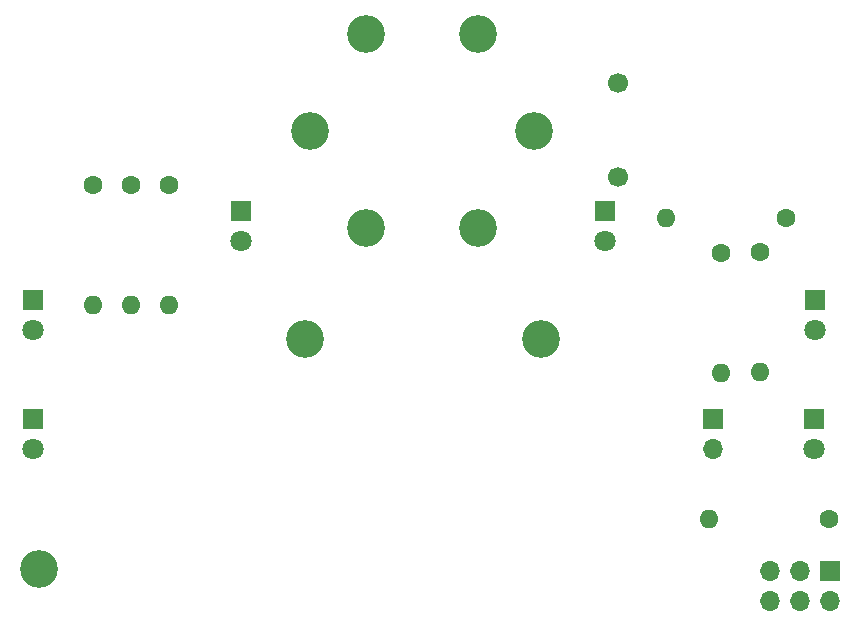
<source format=gbr>
%TF.GenerationSoftware,KiCad,Pcbnew,9.0.0*%
%TF.CreationDate,2025-06-18T11:31:42+09:00*%
%TF.ProjectId,headlight_upper_side,68656164-6c69-4676-9874-5f7570706572,00*%
%TF.SameCoordinates,Original*%
%TF.FileFunction,Soldermask,Bot*%
%TF.FilePolarity,Negative*%
%FSLAX46Y46*%
G04 Gerber Fmt 4.6, Leading zero omitted, Abs format (unit mm)*
G04 Created by KiCad (PCBNEW 9.0.0) date 2025-06-18 11:31:42*
%MOMM*%
%LPD*%
G01*
G04 APERTURE LIST*
%ADD10R,1.800000X1.800000*%
%ADD11C,1.800000*%
%ADD12C,3.200000*%
%ADD13C,1.700000*%
%ADD14C,1.600000*%
%ADD15O,1.600000X1.600000*%
%ADD16R,1.700000X1.700000*%
%ADD17O,1.700000X1.700000*%
G04 APERTURE END LIST*
D10*
%TO.C,IR4*%
X94830233Y-59299432D03*
D11*
X94830233Y-61839432D03*
%TD*%
D12*
%TO.C,H3*%
X71749999Y-52499999D03*
%TD*%
D10*
%TO.C,LB1*%
X28749999Y-49224999D03*
D11*
X28749999Y-51764999D03*
%TD*%
D10*
%TO.C,IR1*%
X28669765Y-59299432D03*
D11*
X28669765Y-61839432D03*
%TD*%
D12*
%TO.C,H1*%
X29249999Y-71999999D03*
%TD*%
D10*
%TO.C,LB2*%
X94949999Y-49224999D03*
D11*
X94949999Y-51764999D03*
%TD*%
D10*
%TO.C,IR3*%
X77175566Y-41644765D03*
D11*
X77175566Y-44184765D03*
%TD*%
D12*
%TO.C,HB1*%
X66399999Y-26645517D03*
X56899999Y-26645517D03*
X71149999Y-34872758D03*
X52149999Y-34872758D03*
X66399999Y-43099999D03*
X56899999Y-43099999D03*
D13*
X78249999Y-30807758D03*
X78249999Y-38807758D03*
%TD*%
D10*
%TO.C,IR2*%
X46324432Y-41644765D03*
D11*
X46324432Y-44184765D03*
%TD*%
D12*
%TO.C,H2*%
X51749999Y-52499999D03*
%TD*%
D14*
%TO.C,R6*%
X90249999Y-45119999D03*
D15*
X90249999Y-55279999D03*
%TD*%
D14*
%TO.C,R9*%
X96079999Y-67749999D03*
D15*
X85919999Y-67749999D03*
%TD*%
D14*
%TO.C,R1*%
X33749999Y-39419999D03*
D15*
X33749999Y-49579999D03*
%TD*%
D16*
%TO.C,J2*%
X96160000Y-72137142D03*
D17*
X96160000Y-74677142D03*
X93620000Y-72137142D03*
X93620000Y-74677142D03*
X91080000Y-72137142D03*
X91080000Y-74677142D03*
%TD*%
D14*
%TO.C,R4*%
X40249999Y-39419999D03*
D15*
X40249999Y-49579999D03*
%TD*%
D16*
%TO.C,M1*%
X86249999Y-59224999D03*
D17*
X86249999Y-61764999D03*
%TD*%
D14*
%TO.C,R5*%
X92499999Y-42249999D03*
D15*
X82339999Y-42249999D03*
%TD*%
D14*
%TO.C,R2*%
X86999999Y-45169999D03*
D15*
X86999999Y-55329999D03*
%TD*%
D14*
%TO.C,R3*%
X36999999Y-39419999D03*
D15*
X36999999Y-49579999D03*
%TD*%
M02*

</source>
